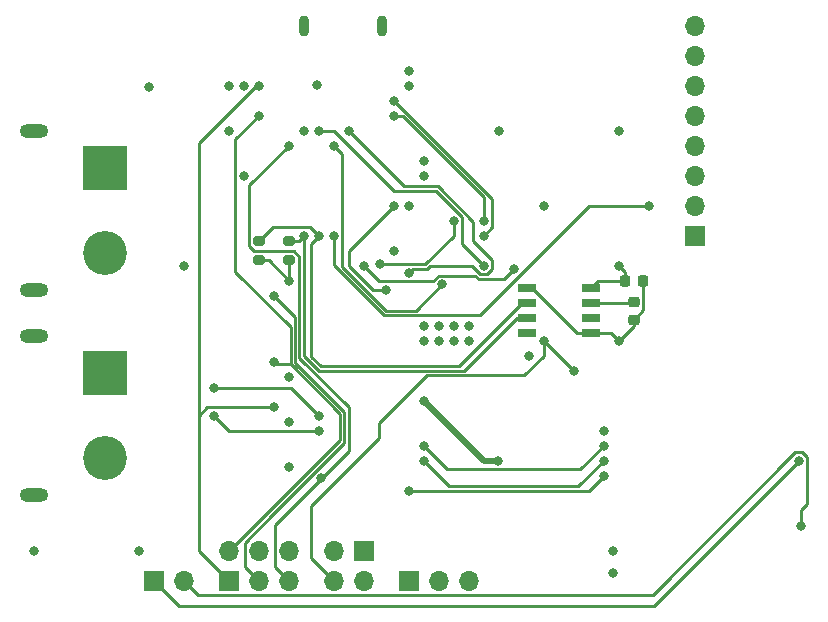
<source format=gbr>
%TF.GenerationSoftware,KiCad,Pcbnew,8.0.4*%
%TF.CreationDate,2024-11-29T22:55:19-05:00*%
%TF.ProjectId,foc_pcb,666f635f-7063-4622-9e6b-696361645f70,2.0*%
%TF.SameCoordinates,Original*%
%TF.FileFunction,Copper,L4,Bot*%
%TF.FilePolarity,Positive*%
%FSLAX46Y46*%
G04 Gerber Fmt 4.6, Leading zero omitted, Abs format (unit mm)*
G04 Created by KiCad (PCBNEW 8.0.4) date 2024-11-29 22:55:19*
%MOMM*%
%LPD*%
G01*
G04 APERTURE LIST*
G04 Aperture macros list*
%AMRoundRect*
0 Rectangle with rounded corners*
0 $1 Rounding radius*
0 $2 $3 $4 $5 $6 $7 $8 $9 X,Y pos of 4 corners*
0 Add a 4 corners polygon primitive as box body*
4,1,4,$2,$3,$4,$5,$6,$7,$8,$9,$2,$3,0*
0 Add four circle primitives for the rounded corners*
1,1,$1+$1,$2,$3*
1,1,$1+$1,$4,$5*
1,1,$1+$1,$6,$7*
1,1,$1+$1,$8,$9*
0 Add four rect primitives between the rounded corners*
20,1,$1+$1,$2,$3,$4,$5,0*
20,1,$1+$1,$4,$5,$6,$7,0*
20,1,$1+$1,$6,$7,$8,$9,0*
20,1,$1+$1,$8,$9,$2,$3,0*%
G04 Aperture macros list end*
%TA.AperFunction,ComponentPad*%
%ADD10R,1.700000X1.700000*%
%TD*%
%TA.AperFunction,ComponentPad*%
%ADD11O,1.700000X1.700000*%
%TD*%
%TA.AperFunction,ComponentPad*%
%ADD12O,0.900000X1.800000*%
%TD*%
%TA.AperFunction,ComponentPad*%
%ADD13R,3.716000X3.716000*%
%TD*%
%TA.AperFunction,ComponentPad*%
%ADD14C,3.716000*%
%TD*%
%TA.AperFunction,ComponentPad*%
%ADD15O,2.400000X1.200000*%
%TD*%
%TA.AperFunction,SMDPad,CuDef*%
%ADD16RoundRect,0.225000X-0.250000X0.225000X-0.250000X-0.225000X0.250000X-0.225000X0.250000X0.225000X0*%
%TD*%
%TA.AperFunction,SMDPad,CuDef*%
%ADD17RoundRect,0.225000X-0.225000X-0.250000X0.225000X-0.250000X0.225000X0.250000X-0.225000X0.250000X0*%
%TD*%
%TA.AperFunction,SMDPad,CuDef*%
%ADD18R,1.500000X0.650000*%
%TD*%
%TA.AperFunction,SMDPad,CuDef*%
%ADD19RoundRect,0.200000X0.275000X-0.200000X0.275000X0.200000X-0.275000X0.200000X-0.275000X-0.200000X0*%
%TD*%
%TA.AperFunction,ViaPad*%
%ADD20C,0.800000*%
%TD*%
%TA.AperFunction,Conductor*%
%ADD21C,0.250000*%
%TD*%
%TA.AperFunction,Conductor*%
%ADD22C,0.525000*%
%TD*%
G04 APERTURE END LIST*
D10*
%TO.P,J4,1,Pin_1*%
%TO.N,GND*%
X231140000Y-143510000D03*
D11*
%TO.P,J4,2,Pin_2*%
X231140000Y-146050000D03*
%TO.P,J4,3,Pin_3*%
%TO.N,+5V*%
X228600000Y-143510000D03*
%TO.P,J4,4,Pin_4*%
%TO.N,+3.3V*%
X228600000Y-146050000D03*
%TD*%
D12*
%TO.P,J12,S5,SHIELD__4*%
%TO.N,unconnected-(J12-SHIELD__4-PadS5)*%
X232660000Y-99060000D03*
%TO.P,J12,S6,SHIELD__5*%
%TO.N,unconnected-(J12-SHIELD__5-PadS6)*%
X226060000Y-99060000D03*
%TD*%
D13*
%TO.P,J5,1,+*%
%TO.N,VCC*%
X209200000Y-128480000D03*
D14*
%TO.P,J5,2,-*%
%TO.N,GND*%
X209200000Y-135680000D03*
D15*
%TO.P,J5,S1*%
%TO.N,N/C*%
X203200000Y-125330000D03*
%TO.P,J5,S2*%
X203200000Y-138830000D03*
%TD*%
D10*
%TO.P,J1,1,Pin_1*%
%TO.N,+3.3V*%
X259140000Y-116870000D03*
D11*
%TO.P,J1,2,Pin_2*%
%TO.N,GND*%
X259140000Y-114330000D03*
%TO.P,J1,3,Pin_3*%
%TO.N,/esp_scl_1*%
X259140000Y-111790000D03*
%TO.P,J1,4,Pin_4*%
%TO.N,/esp_sda_1*%
X259140000Y-109250000D03*
%TO.P,J1,5,Pin_5*%
%TO.N,unconnected-(J1-Pin_5-Pad5)*%
X259140000Y-106710000D03*
%TO.P,J1,6,Pin_6*%
%TO.N,unconnected-(J1-Pin_6-Pad6)*%
X259140000Y-104170000D03*
%TO.P,J1,7,Pin_7*%
%TO.N,unconnected-(J1-Pin_7-Pad7)*%
X259140000Y-101630000D03*
%TO.P,J1,8,Pin_8*%
%TO.N,unconnected-(J1-Pin_8-Pad8)*%
X259140000Y-99090000D03*
%TD*%
D10*
%TO.P,J3,1,Pin_1*%
%TO.N,/out1*%
X234950000Y-146050000D03*
D11*
%TO.P,J3,2,Pin_2*%
%TO.N,/out2*%
X237490000Y-146050000D03*
%TO.P,J3,3,Pin_3*%
%TO.N,/out3*%
X240030000Y-146050000D03*
%TD*%
D10*
%TO.P,J2,1,Pin_1*%
%TO.N,/esp_scl_0*%
X213360000Y-146050000D03*
D11*
%TO.P,J2,2,Pin_2*%
%TO.N,/esp_sda_0*%
X215900000Y-146050000D03*
%TD*%
D13*
%TO.P,J6,1,+*%
%TO.N,VCC*%
X209200000Y-111100000D03*
D14*
%TO.P,J6,2,-*%
%TO.N,GND*%
X209200000Y-118300000D03*
D15*
%TO.P,J6,S1*%
%TO.N,N/C*%
X203200000Y-107950000D03*
%TO.P,J6,S2*%
X203200000Y-121450000D03*
%TD*%
D10*
%TO.P,J10,1,Pin_1*%
%TO.N,/miso*%
X219710000Y-146050000D03*
D11*
%TO.P,J10,2,Pin_2*%
%TO.N,/sck*%
X219710000Y-143510000D03*
%TO.P,J10,3,Pin_3*%
%TO.N,/rst*%
X222250000Y-146050000D03*
%TO.P,J10,4,Pin_4*%
%TO.N,+5V*%
X222250000Y-143510000D03*
%TO.P,J10,5,Pin_5*%
%TO.N,/mosi*%
X224790000Y-146050000D03*
%TO.P,J10,6,Pin_6*%
%TO.N,GND*%
X224790000Y-143510000D03*
%TD*%
D16*
%TO.P,C14,1*%
%TO.N,Net-(IC1-VDD3V3)*%
X254000000Y-122415000D03*
%TO.P,C14,2*%
%TO.N,GND*%
X254000000Y-123965000D03*
%TD*%
D17*
%TO.P,C13,1*%
%TO.N,+5V*%
X253225000Y-120650000D03*
%TO.P,C13,2*%
%TO.N,GND*%
X254775000Y-120650000D03*
%TD*%
D18*
%TO.P,IC1,1,VDD5V*%
%TO.N,+5V*%
X250350000Y-121285000D03*
%TO.P,IC1,2,VDD3V3*%
%TO.N,Net-(IC1-VDD3V3)*%
X250350000Y-122555000D03*
%TO.P,IC1,3,OUT*%
%TO.N,unconnected-(IC1-OUT-Pad3)*%
X250350000Y-123825000D03*
%TO.P,IC1,4,GND*%
%TO.N,GND*%
X250350000Y-125095000D03*
%TO.P,IC1,5,PGO*%
%TO.N,unconnected-(IC1-PGO-Pad5)*%
X244950000Y-125095000D03*
%TO.P,IC1,6,SDA*%
%TO.N,/sda*%
X244950000Y-123825000D03*
%TO.P,IC1,7,SCL*%
%TO.N,/scl*%
X244950000Y-122555000D03*
%TO.P,IC1,8,DIR*%
%TO.N,GND*%
X244950000Y-121285000D03*
%TD*%
D19*
%TO.P,R9,1*%
%TO.N,+5V*%
X222250000Y-118935000D03*
%TO.P,R9,2*%
%TO.N,/scl*%
X222250000Y-117285000D03*
%TD*%
%TO.P,R11,1*%
%TO.N,+5V*%
X224790000Y-118935000D03*
%TO.P,R11,2*%
%TO.N,/sda*%
X224790000Y-117285000D03*
%TD*%
D20*
%TO.N,+5V*%
X252222000Y-145432750D03*
%TO.N,GND*%
X240030000Y-124460000D03*
X252730000Y-107950000D03*
X237490000Y-124460000D03*
X237490000Y-125730000D03*
X215900000Y-119380000D03*
X236220000Y-125730000D03*
X219710000Y-107950000D03*
X251460000Y-133350000D03*
X252730000Y-125730000D03*
X238760001Y-125730000D03*
X242570000Y-107950000D03*
X220980000Y-111760000D03*
X236220000Y-124460000D03*
X245110000Y-127000000D03*
X219710000Y-104140000D03*
X240030000Y-125730000D03*
X252222000Y-143510000D03*
X226060000Y-107950000D03*
X203200000Y-143510000D03*
X227166282Y-104043427D03*
X236220000Y-111760000D03*
X234950000Y-114300000D03*
X238760000Y-124460000D03*
X234950000Y-104140000D03*
%TO.N,+3.3V*%
X246380000Y-125730000D03*
X248920000Y-128270000D03*
%TO.N,VCC*%
X242512900Y-135890000D03*
X236220000Y-130810000D03*
%TO.N,+5V*%
X246380000Y-114300000D03*
X252730000Y-119380000D03*
X220980000Y-104140000D03*
X224790000Y-136435000D03*
X236220000Y-110490000D03*
X224790000Y-132625000D03*
X224790000Y-120650000D03*
X234950000Y-102870000D03*
X233680000Y-118110000D03*
X212090000Y-143510000D03*
X212981652Y-104288065D03*
X224790000Y-128815000D03*
%TO.N,/rst*%
X223520000Y-121920000D03*
X255270000Y-114300000D03*
X228600000Y-116840000D03*
%TO.N,/sda*%
X226060000Y-116840000D03*
%TO.N,/scl*%
X227330000Y-116840000D03*
%TO.N,/ud+*%
X241300000Y-115570000D03*
X233680000Y-106680000D03*
%TO.N,/ud-*%
X241300000Y-116840000D03*
X233680000Y-105410000D03*
%TO.N,Net-(U5-TXD)*%
X238760000Y-115570000D03*
X232543980Y-119246020D03*
%TO.N,/sck*%
X223520000Y-127545000D03*
X222250000Y-106680000D03*
%TO.N,Net-(U2-PD7)*%
X241300000Y-119380000D03*
X227330000Y-107950000D03*
%TO.N,/en*%
X231140000Y-119380000D03*
X243839696Y-119644999D03*
%TO.N,/esp_sck*%
X236220000Y-134620000D03*
X218440000Y-129690200D03*
X251460000Y-134620000D03*
X227330000Y-132080000D03*
%TO.N,/esp_mosi*%
X234950000Y-138430000D03*
X251460000Y-137160000D03*
%TO.N,/in1*%
X232982750Y-121421020D03*
X233680000Y-114300000D03*
%TO.N,/in2*%
X229870000Y-107950000D03*
X234950000Y-119971020D03*
%TO.N,/in3*%
X237787347Y-120947347D03*
X228600000Y-109220000D03*
%TO.N,/esp_miso*%
X218440000Y-132080000D03*
X251460000Y-135890000D03*
X236220000Y-135890000D03*
X227330000Y-133350000D03*
%TO.N,/miso*%
X223520000Y-131355000D03*
X222250000Y-104140000D03*
%TO.N,/mosi*%
X227545223Y-137375223D03*
X224790000Y-109220000D03*
%TO.N,/esp_scl_0*%
X267970000Y-135890000D03*
%TO.N,/esp_sda_0*%
X268146689Y-141428750D03*
%TD*%
D21*
%TO.N,GND*%
X245375000Y-121285000D02*
X249185000Y-125095000D01*
X254800000Y-120675000D02*
X254800000Y-123165000D01*
X254000000Y-124460000D02*
X252730000Y-125730000D01*
X254000000Y-123965000D02*
X254000000Y-124460000D01*
X244950000Y-121285000D02*
X245375000Y-121285000D01*
X249185000Y-125095000D02*
X250350000Y-125095000D01*
X254800000Y-123165000D02*
X254000000Y-123965000D01*
X252095000Y-125095000D02*
X252730000Y-125730000D01*
X254775000Y-120650000D02*
X254800000Y-120675000D01*
X250350000Y-125095000D02*
X252095000Y-125095000D01*
%TO.N,+3.3V*%
X232410000Y-133985000D02*
X232410000Y-132715000D01*
X232410000Y-132715000D02*
X236478000Y-128647000D01*
X226695000Y-139700000D02*
X232410000Y-133985000D01*
X226695000Y-144145000D02*
X226695000Y-139700000D01*
X246380000Y-125730000D02*
X248920000Y-128270000D01*
X236478000Y-128647000D02*
X244733000Y-128647000D01*
X228600000Y-146050000D02*
X226695000Y-144145000D01*
X246380000Y-127000000D02*
X246380000Y-125730000D01*
X244733000Y-128647000D02*
X246380000Y-127000000D01*
D22*
%TO.N,VCC*%
X241300000Y-135890000D02*
X236220000Y-130810000D01*
X242512900Y-135890000D02*
X241300000Y-135890000D01*
D21*
%TO.N,+5V*%
X253225000Y-119875000D02*
X252730000Y-119380000D01*
X223075000Y-118935000D02*
X224790000Y-120650000D01*
X253225000Y-120650000D02*
X253225000Y-119875000D01*
X250985000Y-120650000D02*
X250350000Y-121285000D01*
X222250000Y-118935000D02*
X223075000Y-118935000D01*
X253225000Y-120650000D02*
X250985000Y-120650000D01*
X224790000Y-118935000D02*
X224790000Y-120650000D01*
%TO.N,/rst*%
X229493000Y-131768701D02*
X229493000Y-134402141D01*
X250210000Y-114300000D02*
X255270000Y-114300000D01*
X228600000Y-116840000D02*
X228600000Y-119329079D01*
X229493000Y-134402141D02*
X223458841Y-140436299D01*
X223520000Y-121920000D02*
X225306000Y-123706000D01*
X223458841Y-140436299D02*
X221075000Y-142820140D01*
X225306000Y-127581701D02*
X229493000Y-131768701D01*
X221075000Y-142820140D02*
X221075000Y-144875000D01*
X228600000Y-119329079D02*
X232837921Y-123567000D01*
X221075000Y-144875000D02*
X222250000Y-146050000D01*
X225306000Y-123706000D02*
X225306000Y-127581701D01*
X232837921Y-123567000D02*
X240943000Y-123567000D01*
X240943000Y-123567000D02*
X250210000Y-114300000D01*
%TO.N,Net-(IC1-VDD3V3)*%
X250350000Y-122555000D02*
X253860000Y-122555000D01*
X253860000Y-122555000D02*
X254000000Y-122415000D01*
%TO.N,/sda*%
X239632500Y-128270000D02*
X244077500Y-123825000D01*
X225615000Y-117285000D02*
X226060000Y-116840000D01*
X226060000Y-116840000D02*
X226060000Y-127000000D01*
X227330000Y-128270000D02*
X239632500Y-128270000D01*
X224790000Y-117285000D02*
X225615000Y-117285000D01*
X226060000Y-127000000D02*
X227330000Y-128270000D01*
X244077500Y-123825000D02*
X244950000Y-123825000D01*
%TO.N,/scl*%
X222250000Y-117285000D02*
X223420000Y-116115000D01*
X223420000Y-116115000D02*
X226605000Y-116115000D01*
X226605000Y-116115000D02*
X227330000Y-116840000D01*
X226671000Y-117499000D02*
X226671000Y-127077842D01*
X227330000Y-116840000D02*
X226671000Y-117499000D01*
X226671000Y-127077842D02*
X227486158Y-127893000D01*
X244500000Y-122555000D02*
X244950000Y-122555000D01*
X227486158Y-127893000D02*
X239162000Y-127893000D01*
X239162000Y-127893000D02*
X244500000Y-122555000D01*
%TO.N,/ud+*%
X241300000Y-113563158D02*
X234416842Y-106680000D01*
X241300000Y-115570000D02*
X241300000Y-113563158D01*
X234416842Y-106680000D02*
X233680000Y-106680000D01*
%TO.N,/ud-*%
X242025000Y-116115000D02*
X242025000Y-113755000D01*
X241300000Y-116840000D02*
X242025000Y-116115000D01*
X242025000Y-113755000D02*
X233680000Y-105410000D01*
%TO.N,Net-(U5-TXD)*%
X238760000Y-116840000D02*
X238760000Y-115570000D01*
X232543980Y-119246020D02*
X236353980Y-119246020D01*
X236353980Y-119246020D02*
X238760000Y-116840000D01*
%TO.N,/sck*%
X220255000Y-108675000D02*
X222250000Y-106680000D01*
X223520000Y-127545000D02*
X223712859Y-127737859D01*
X220255000Y-119925000D02*
X220255000Y-108675000D01*
X224929000Y-124599000D02*
X220255000Y-119925000D01*
X219710000Y-143510000D02*
X229116000Y-134104000D01*
X229116000Y-131924859D02*
X224929000Y-127737859D01*
X223712859Y-127737859D02*
X224929000Y-127737859D01*
X229116000Y-134104000D02*
X229116000Y-131924859D01*
X224929000Y-127737859D02*
X224929000Y-124599000D01*
%TO.N,Net-(U2-PD7)*%
X233680000Y-113030000D02*
X237245305Y-113030000D01*
X228600000Y-107950000D02*
X233680000Y-113030000D01*
X227330000Y-107950000D02*
X228600000Y-107950000D01*
X239485000Y-117565000D02*
X241300000Y-119380000D01*
X239485000Y-115269695D02*
X239485000Y-117565000D01*
X237245305Y-113030000D02*
X239485000Y-115269695D01*
%TO.N,/en*%
X237487042Y-120222347D02*
X240583883Y-120222347D01*
X240583883Y-120222347D02*
X240843536Y-120482000D01*
X237013369Y-120696020D02*
X237487042Y-120222347D01*
X232456020Y-120696020D02*
X237013369Y-120696020D01*
X243002695Y-120482000D02*
X243839696Y-119644999D01*
X231140000Y-119380000D02*
X232456020Y-120696020D01*
X240843536Y-120482000D02*
X243002695Y-120482000D01*
%TO.N,/esp_sck*%
X238215000Y-136615000D02*
X249465000Y-136615000D01*
X236220000Y-134620000D02*
X238215000Y-136615000D01*
X224940200Y-129690200D02*
X227330000Y-132080000D01*
X249465000Y-136615000D02*
X251460000Y-134620000D01*
X218440000Y-129690200D02*
X224940200Y-129690200D01*
%TO.N,/esp_mosi*%
X250190000Y-138430000D02*
X251460000Y-137160000D01*
X234950000Y-138430000D02*
X250190000Y-138430000D01*
%TO.N,/in1*%
X229870000Y-118110000D02*
X233680000Y-114300000D01*
X232982750Y-121421020D02*
X231911020Y-121421020D01*
X229870000Y-119380000D02*
X229870000Y-118110000D01*
X231911020Y-121421020D02*
X229870000Y-119380000D01*
%TO.N,/in2*%
X242025000Y-118904203D02*
X240417667Y-117296870D01*
X236510138Y-119623020D02*
X236753158Y-119380000D01*
X241600305Y-120105000D02*
X242025000Y-119680305D01*
X236753158Y-119380000D02*
X240274695Y-119380000D01*
X240417667Y-117296870D02*
X240417667Y-115669203D01*
X240274695Y-119380000D02*
X240999695Y-120105000D01*
X237401464Y-112653000D02*
X234573000Y-112653000D01*
X234573000Y-112653000D02*
X229870000Y-107950000D01*
X234950000Y-119971020D02*
X235298000Y-119623020D01*
X240999695Y-120105000D02*
X241600305Y-120105000D01*
X240417667Y-115669203D02*
X237401464Y-112653000D01*
X235298000Y-119623020D02*
X236510138Y-119623020D01*
X242025000Y-119680305D02*
X242025000Y-118904203D01*
%TO.N,/in3*%
X229325000Y-109945000D02*
X228600000Y-109220000D01*
X237787347Y-120947347D02*
X235544694Y-123190000D01*
X229325000Y-119470000D02*
X229325000Y-109945000D01*
X235544694Y-123190000D02*
X233045000Y-123190000D01*
X233045000Y-123190000D02*
X229325000Y-119470000D01*
%TO.N,/esp_miso*%
X238383000Y-138053000D02*
X249297000Y-138053000D01*
X249297000Y-138053000D02*
X251460000Y-135890000D01*
X219710000Y-133350000D02*
X227330000Y-133350000D01*
X236220000Y-135890000D02*
X238383000Y-138053000D01*
X218440000Y-132080000D02*
X219710000Y-133350000D01*
%TO.N,/miso*%
X223520000Y-131355000D02*
X217895000Y-131355000D01*
X222005305Y-104140000D02*
X217170000Y-108975305D01*
X217170000Y-108975305D02*
X217170000Y-132080000D01*
X217170000Y-143510000D02*
X217170000Y-132080000D01*
X219710000Y-146050000D02*
X217170000Y-143510000D01*
X222250000Y-104140000D02*
X222005305Y-104140000D01*
X217895000Y-131355000D02*
X217170000Y-132080000D01*
%TO.N,/mosi*%
X229870000Y-135050446D02*
X229870000Y-131343159D01*
X221450000Y-112560000D02*
X224790000Y-109220000D01*
X224790000Y-146050000D02*
X223615000Y-144875000D01*
X225188004Y-118110000D02*
X221851996Y-118110000D01*
X225683000Y-118604996D02*
X225188004Y-118110000D01*
X225683000Y-127156159D02*
X225683000Y-118604996D01*
X223615000Y-144875000D02*
X223615000Y-141305446D01*
X221450000Y-117708004D02*
X221450000Y-112560000D01*
X229870000Y-131343159D02*
X225683000Y-127156159D01*
X223615000Y-141305446D02*
X229870000Y-135050446D01*
X221851996Y-118110000D02*
X221450000Y-117708004D01*
%TO.N,/esp_scl_0*%
X215475000Y-148165000D02*
X255695000Y-148165000D01*
X213360000Y-146050000D02*
X215475000Y-148165000D01*
X255695000Y-148165000D02*
X267970000Y-135890000D01*
%TO.N,/esp_sda_0*%
X255609695Y-147225000D02*
X217075000Y-147225000D01*
X268695000Y-139536880D02*
X268695000Y-135589695D01*
X268146689Y-140085191D02*
X268695000Y-139536880D01*
X217075000Y-147225000D02*
X215900000Y-146050000D01*
X268695000Y-135589695D02*
X268270305Y-135165000D01*
X267669695Y-135165000D02*
X255609695Y-147225000D01*
X268146689Y-141428750D02*
X268146689Y-140085191D01*
X268270305Y-135165000D02*
X267669695Y-135165000D01*
%TD*%
M02*

</source>
